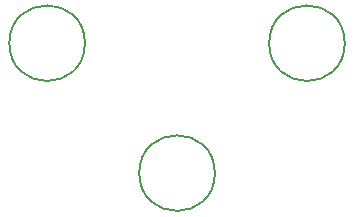
<source format=gbr>
G04 #@! TF.GenerationSoftware,KiCad,Pcbnew,6.0.9-8da3e8f707~116~ubuntu20.04.1*
G04 #@! TF.CreationDate,2023-03-23T19:36:49+00:00*
G04 #@! TF.ProjectId,LEC001021,4c454330-3031-4303-9231-2e6b69636164,rev?*
G04 #@! TF.SameCoordinates,Original*
G04 #@! TF.FileFunction,Other,Comment*
%FSLAX46Y46*%
G04 Gerber Fmt 4.6, Leading zero omitted, Abs format (unit mm)*
G04 Created by KiCad (PCBNEW 6.0.9-8da3e8f707~116~ubuntu20.04.1) date 2023-03-23 19:36:49*
%MOMM*%
%LPD*%
G01*
G04 APERTURE LIST*
%ADD10C,0.150000*%
G04 APERTURE END LIST*
D10*
G04 #@! TO.C,H2*
X7200000Y-4000000D02*
G75*
G03*
X7200000Y-4000000I-3200000J0D01*
G01*
G04 #@! TO.C,H3*
X29200000Y-4000000D02*
G75*
G03*
X29200000Y-4000000I-3200000J0D01*
G01*
G04 #@! TO.C,H1*
X18200000Y-15000000D02*
G75*
G03*
X18200000Y-15000000I-3200000J0D01*
G01*
G04 #@! TD*
M02*

</source>
